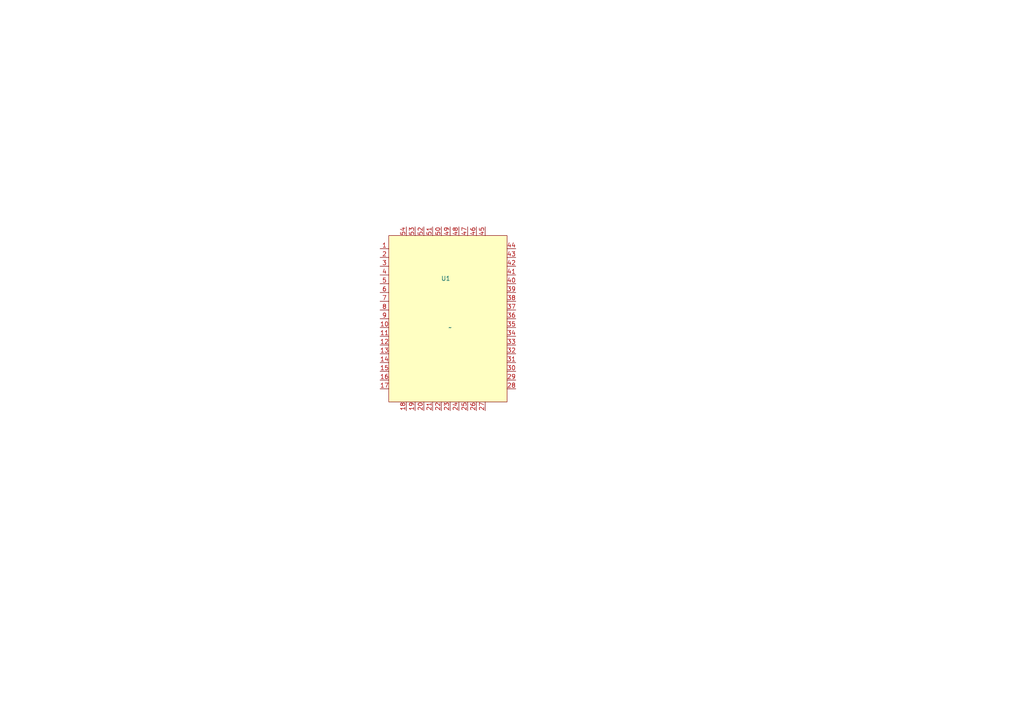
<source format=kicad_sch>
(kicad_sch (version 20230121) (generator eeschema)
  (paper "A4")
  (lib_symbols
    (symbol "QCC:QCC3040"
      (property "Reference" "U" (at 0 12.7 0))
      (symbol "QCC3040_1_0"
        (pin input line (at -20.32 22.86 0) (length 2.54) (name "") (number "1"))
        (pin input line (at -20.32 0 0) (length 2.54) (name "") (number "10"))
        (pin input line (at -20.32 -2.54 0) (length 2.54) (name "") (number "11"))
        (pin input line (at -20.32 -5.08 0) (length 2.54) (name "") (number "12"))
        (pin input line (at -20.32 -7.62 0) (length 2.54) (name "") (number "13"))
        (pin input line (at -20.32 -10.16 0) (length 2.54) (name "") (number "14"))
        (pin input line (at -20.32 -12.7 0) (length 2.54) (name "") (number "15"))
        (pin input line (at -20.32 -15.24 0) (length 2.54) (name "") (number "16"))
        (pin input line (at -20.32 -17.78 0) (length 2.54) (name "") (number "17"))
        (pin input line (at -12.7 -24.13 90) (length 2.54) (name "") (number "18"))
        (pin input line (at -10.16 -24.13 90) (length 2.54) (name "") (number "19"))
        (pin input line (at -20.32 20.32 0) (length 2.54) (name "") (number "2"))
        (pin input line (at -7.62 -24.13 90) (length 2.54) (name "") (number "20"))
        (pin input line (at -5.08 -24.13 90) (length 2.54) (name "") (number "21"))
        (pin input line (at -2.54 -24.13 90) (length 2.54) (name "") (number "22"))
        (pin input line (at 0 -24.13 90) (length 2.54) (name "") (number "23"))
        (pin input line (at 2.54 -24.13 90) (length 2.54) (name "") (number "24"))
        (pin input line (at 5.08 -24.13 90) (length 2.54) (name "") (number "25"))
        (pin input line (at 7.62 -24.13 90) (length 2.54) (name "") (number "26"))
        (pin input line (at 10.16 -24.13 90) (length 2.54) (name "") (number "27"))
        (pin input line (at 19.05 -17.78 180) (length 2.54) (name "") (number "28"))
        (pin input line (at 19.05 -15.24 180) (length 2.54) (name "") (number "29"))
        (pin input line (at -20.32 17.78 0) (length 2.54) (name "") (number "3"))
        (pin input line (at 19.05 -12.7 180) (length 2.54) (name "") (number "30"))
        (pin input line (at 19.05 -10.16 180) (length 2.54) (name "") (number "31"))
        (pin input line (at 19.05 -7.62 180) (length 2.54) (name "") (number "32"))
        (pin input line (at 19.05 -5.08 180) (length 2.54) (name "") (number "33"))
        (pin input line (at 19.05 -2.54 180) (length 2.54) (name "") (number "34"))
        (pin input line (at 19.05 0 180) (length 2.54) (name "") (number "35"))
        (pin input line (at 19.05 2.54 180) (length 2.54) (name "") (number "36"))
        (pin input line (at 19.05 5.08 180) (length 2.54) (name "") (number "37"))
        (pin input line (at 19.05 7.62 180) (length 2.54) (name "") (number "38"))
        (pin input line (at 19.05 10.16 180) (length 2.54) (name "") (number "39"))
        (pin input line (at -20.32 15.24 0) (length 2.54) (name "") (number "4"))
        (pin input line (at 19.05 12.7 180) (length 2.54) (name "") (number "40"))
        (pin input line (at 19.05 15.24 180) (length 2.54) (name "") (number "41"))
        (pin input line (at 19.05 17.78 180) (length 2.54) (name "") (number "42"))
        (pin input line (at 19.05 20.32 180) (length 2.54) (name "") (number "43"))
        (pin input line (at 19.05 22.86 180) (length 2.54) (name "") (number "44"))
        (pin input line (at 10.16 29.21 270) (length 2.54) (name "") (number "45"))
        (pin input line (at 7.62 29.21 270) (length 2.54) (name "") (number "46"))
        (pin input line (at 5.08 29.21 270) (length 2.54) (name "") (number "47"))
        (pin input line (at 2.54 29.21 270) (length 2.54) (name "") (number "48"))
        (pin input line (at 0 29.21 270) (length 2.54) (name "") (number "49"))
        (pin input line (at -20.32 12.7 0) (length 2.54) (name "") (number "5"))
        (pin input line (at -2.54 29.21 270) (length 2.54) (name "") (number "50"))
        (pin input line (at -5.08 29.21 270) (length 2.54) (name "") (number "51"))
        (pin input line (at -7.62 29.21 270) (length 2.54) (name "") (number "52"))
        (pin input line (at -10.16 29.21 270) (length 2.54) (name "") (number "53"))
        (pin input line (at -12.7 29.21 270) (length 2.54) (name "") (number "54"))
        (pin input line (at -20.32 10.16 0) (length 2.54) (name "") (number "6"))
        (pin input line (at -20.32 7.62 0) (length 2.54) (name "") (number "7"))
        (pin input line (at -20.32 5.08 0) (length 2.54) (name "") (number "8"))
        (pin input line (at -20.32 2.54 0) (length 2.54) (name "") (number "9"))
      )
      (symbol "QCC3040_1_1"
        (rectangle (start -17.78 26.67) (end 16.51 -21.59) (fill (type background)))
      )
    )
  )
  (symbol (lib_id "QCC:QCC3040") (at 130.556 94.996 0) (unit 1)
    (property "Reference" "U1" (at 129.286 80.772 0))
    (property "Value" "~" (at 130.556 94.996 0))
    (property "Footprint" "QCC3040:QCC3040" (effects hide))
    (property "Datasheet" "https://www.tianjiarun.com/zb_users/upload/2023/10/SJR-BTM340-v1.2.pdf" (effects hide))
  )
)
</source>
